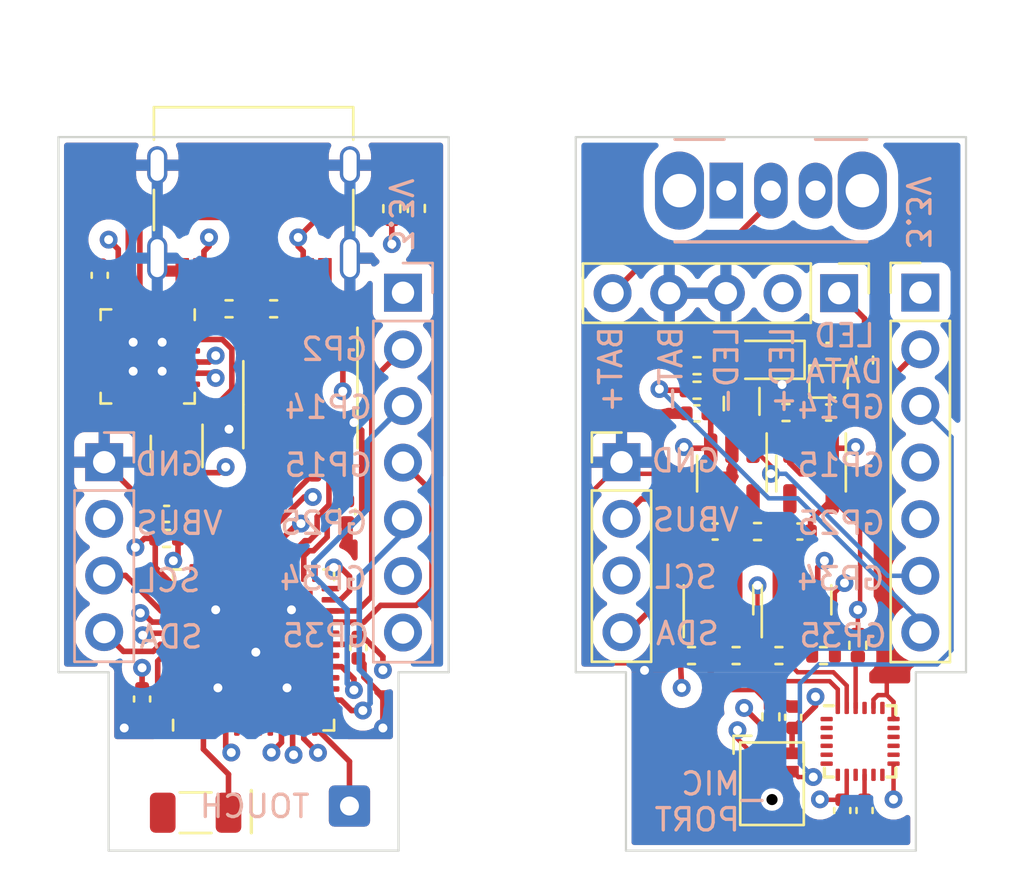
<source format=kicad_pcb>
(kicad_pcb (version 20221018) (generator pcbnew)
  (layers (0 "F.Cu" signal) (1 "In1.Cu" signal) (2 "In2.Cu" signal) (31 "B.Cu" signal) (34 "B.Paste" user) (35 "F.Paste" user) (36 "B.SilkS" user "B.Silkscreen") (37 "F.SilkS" user "F.Silkscreen") (38 "B.Mask" user) (39 "F.Mask" user) (44 "Edge.Cuts" user))
  (net 0 "")
  (net 2 "Net-(D1-K)")
  (net 3 "Net-(D1-A)")
  (net 4 "GPIO2")
  (net 5 "VBUS")
  (net 6 "GND")
  (net 7 "RESET")
  (net 18 "VDDSDIO")
  (net 19 "Net-(J1-CC1)")
  (net 20 "Net-(U1-D+)")
  (net 22 "Net-(U1-D-)")
  (net 29 "GPIO15")
  (net 32 "GPIO14")
  (net 34 "GPIO25")
  (net 39 "Net-(U3-~{CS})")
  (net 59 "Net-(U4-PROG)")
  (net 61 "Net-(J1-CC2)")
  (net 63 "DTR")
  (net 64 "RTS")
  (net 65 "GPIO0")
  (net 66 "+BATT")
  (net 67 "GPIO35")
  (net 68 "GPIO9")
  (net 70 "+3V3")
  (net 71 "Net-(U1-VDD)")
  (net 72 "TXD")
  (net 73 "RXD")
  (net 74 "GPIO10")
  (net 75 "GPIO17")
  (net 76 "GPIO7")
  (net 77 "GPIO8")
  (net 78 "RAM_CLK")
  (net 79 "GPIO11")
  (net 80 "+1V8")
  (net 81 "Net-(AE1-FEED)")
  (net 82 "GPIO34")
  (net 83 "Net-(U3-REGOUT)")
  (net 86 "IMU_SDA")
  (net 87 "IMU_SDA_1V8")
  (net 90 "IMU_SCL")
  (net 91 "IMU_SCL_1V8")
  (net 94 "Net-(J2-Pin_5)")
  (net 95 "Net-(J2-Pin_1)")
  (net 96 "Net-(J6-Pin_1)")
  (footprint "Capacitor_SMD:C_1206_3216Metric" (layer "F.Cu") (at 5.4 30.3 180)
    (fp_text reference "AE1" hide)
    (fp_text value "Antenna_Chip")
  )
  (footprint "Resistor_SMD:R_0402_1005Metric" (layer "F.Cu") (at 31.2 26 90)
    (fp_text reference "R12" hide)
    (fp_text value "100k")
  )
  (footprint "Diode_SMD:D_SOD-323" (layer "F.Cu") (at 31.1 9.99 180)
    (fp_text reference "D1" hide)
    (fp_text value "1N5819WS")
  )
  (footprint "Sensor_Audio:InvenSense_ICS-43434-6_3.5x2.65mm" (layer "F.Cu") (at 31.25 29)
    (fp_text reference "MK1" hide)
    (fp_text value "ICS-43434")
  )
  (footprint "Resistor_SMD:R_0402_1005Metric" (layer "F.Cu") (at 35.4 10 -90)
    (fp_text reference "R11" hide)
    (fp_text value "470")
  )
  (footprint "Resistor_SMD:R_0402_1005Metric" (layer "F.Cu") (at 29.64 23.2525 180)
    (fp_text reference "R10" hide)
    (fp_text value "10k")
  )
  (footprint "Package_TO_SOT_SMD:SOT-23-5" (layer "F.Cu") (at 33 15.09 -90)
    (fp_text reference "U7" hide)
    (fp_text value "MIC5225-1.8")
  )
  (footprint "Package_DFN_QFN:QFN-24-1EP_4x4mm_P0.5mm_EP2.6x2.6mm" (layer "F.Cu") (at 3.25 9.8375 -90)
    (fp_text reference "U1" hide)
    (fp_text value "CP2104")
  )
  (footprint "Package_TO_SOT_SMD:SOT-23-5" (layer "F.Cu") (at 29.45 15.09 -90)
    (fp_text reference "U4" hide)
    (fp_text value "TP4065-4.2V")
  )
  (footprint "Resistor_SMD:R_0402_1005Metric" (layer "F.Cu") (at 27.8875 10.2525)
    (fp_text reference "R5" hide)
    (fp_text value "33k")
  )
  (footprint "Resistor_SMD:R_0402_1005Metric" (layer "F.Cu") (at 31.8775 12.3525 180)
    (fp_text reference "R18" hide)
    (fp_text value "100k")
  )
  (footprint "Capacitor_SMD:C_0402_1005Metric" (layer "F.Cu") (at 4.1 16.9 180)
    (fp_text reference "C6" hide)
    (fp_text value "1u")
  )
  (footprint "Capacitor_SMD:C_0402_1005Metric" (layer "F.Cu") (at 12.7 22.9 -90)
    (fp_text reference "C7" hide)
    (fp_text value "100n")
  )
  (footprint "Capacitor_SMD:C_0402_1005Metric" (layer "F.Cu") (at 32.2 26.02 90)
    (fp_text reference "C4" hide)
    (fp_text value "100n")
  )
  (footprint "Resistor_SMD:R_0402_1005Metric" (layer "F.Cu") (at 30.6 17.69)
    (fp_text reference "R17" hide)
    (fp_text value "3.3k")
  )
  (footprint "Resistor_SMD:R_0402_1005Metric" (layer "F.Cu") (at 31.56 23.2525)
    (fp_text reference "R14" hide)
    (fp_text value "10k")
  )
  (footprint "Capacitor_SMD:C_0402_1005Metric" (layer "F.Cu") (at 34.4 30.2 -90)
    (fp_text reference "C13" hide)
    (fp_text value "100n")
  )
  (footprint "Capacitor_SMD:C_0402_1005Metric" (layer "F.Cu") (at 1.1 6.2 90)
    (fp_text reference "C3" hide)
    (fp_text value "100n")
  )
  (footprint "Capacitor_SMD:C_0402_1005Metric" (layer "F.Cu") (at 12.2 16.8 -90)
    (fp_text reference "C5" hide)
    (fp_text value "100n" hide)
  )
  (footprint "Resistor_SMD:R_0402_1005Metric" (layer "F.Cu") (at 4.1 18)
    (fp_text reference "R8" hide)
    (fp_text value "10k")
  )
  (footprint "Capacitor_SMD:C_0402_1005Metric" (layer "F.Cu") (at 32.5 17.69 180)
    (fp_text reference "C12" hide)
    (fp_text value "10u")
  )
  (footprint "Sensor_Motion:InvenSense_QFN-24_3x3mm_P0.4mm" (layer "F.Cu") (at 35.2 27.1)
    (fp_text reference "U3" hide)
    (fp_text value "ICM-20948")
  )
  (footprint "Package_TO_SOT_SMD:SOT-23" (layer "F.Cu") (at 32.35 20.7525 90)
    (fp_text reference "Q5" hide)
    (fp_text value "BSS138")
  )
  (footprint "Connector_PinHeader_2.54mm:PinHeader_1x04_P2.54mm_Vertical" (layer "F.Cu") (at 24.5 14.58)
    (fp_text reference "J7" hide)
    (fp_text value "Conn_01x04")
  )
  (footprint "Connector_PinHeader_2.54mm:PinHeader_1x05_P2.54mm_Vertical" (layer "F.Cu") (at 34.26 7 -90)
    (fp_text reference "J2" hide)
    (fp_text value "Conn_01x05")
  )
  (footprint "Resistor_SMD:R_0402_1005Metric" (layer "F.Cu") (at 27.64 23.2525)
    (fp_text reference "R9" hide)
    (fp_text value "10k")
  )
  (footprint "Capacitor_SMD:C_0402_1005Metric" (layer "F.Cu") (at 33.8 9.59)
    (fp_text reference "C10" hide)
    (fp_text value "1u")
  )
  (footprint "Connector_USB:USB_C_Receptacle_Palconn_UTC16-G" (layer "F.Cu") (at 8 3.5 180)
    (fp_text reference "J1" hide)
    (fp_text value "USB_C_Receptacle_USB2.0")
  )
  (footprint "Capacitor_SMD:C_0402_1005Metric" (layer "F.Cu") (at 33.7875 12.3525 180)
    (fp_text reference "C11" hide)
    (fp_text value "10u")
  )
  (footprint "Connector_PinHeader_2.54mm:PinHeader_1x07_P2.54mm_Vertical" (layer "F.Cu") (at 37.9 6.975)
    (fp_text reference "J3" hide)
    (fp_text value "Conn_01x07")
  )
  (footprint "Resistor_SMD:R_0402_1005Metric" (layer "F.Cu") (at 14.2 3.21 -90)
    (fp_text reference "R6" hide)
    (fp_text value "3.3k")
  )
  (footprint "Package_SO:SOIC-8_3.9x4.9mm_P1.27mm" (layer "F.Cu") (at 10.1 12 -90)
    (fp_text reference "U6" hide)
    (fp_text value "LY68L6400SLIT")
  )
  (footprint "Connector_Wire:SolderWire-0.25sqmm_1x01_D0.65mm_OD1.7mm" (layer "F.Cu") (at 12.3 30)
    (fp_text reference "J6" hide)
    (fp_text value "Conn_01x01")
  )
  (footprint "Capacitor_SMD:C_0402_1005Metric" (layer "F.Cu") (at 3 25.2 -90)
    (fp_text reference "C8" hide)
    (fp_text value "100n")
  )
  (footprint "Package_DFN_QFN:OnSemi_XDFN4-1EP_1.0x1.0mm_EP0.52x0.52mm" (layer "F.Cu") (at 33.785 10.965 180)
    (fp_text reference "U5" hide)
    (fp_text value "NCP167BMX330TBG")
  )
  (footprint "Resistor_SMD:R_0402_1005Metric" (layer "F.Cu") (at 8.9 7.7 180)
    (fp_text reference "R2" hide)
    (fp_text value "5.1k")
  )
  (footprint "Capacitor_SMD:C_0402_1005Metric" (layer "F.Cu") (at 35.4 30.2 -90)
    (fp_text reference "C9" hide)
    (fp_text value "100n")
  )
  (footprint "Package_DFN_QFN:QFN-48-1EP_7x7mm_P0.5mm_EP5.3x5.3mm" (layer "F.Cu") (at 8 23 90)
    (fp_text reference "U2" hide)
    (fp_text value "ESP32-PICO-D4")
  )
  (footprint "Resistor_SMD:R_0402_1005Metric" (layer "F.Cu") (at 27.8875 11.3525 180)
    (fp_text reference "R4" hide)
    (fp_text value "100k")
  )
  (footprint "Resistor_SMD:R_0402_1005Metric" (layer "F.Cu") (at 6.9 7.7)
    (fp_text reference "R3" hide)
    (fp_text value "5.1k")
  )
  (footprint "Resistor_SMD:R_0402_1005Metric" (layer "F.Cu") (at 33.56 23.2525 180)
    (fp_text reference "R13" hide)
    (fp_text value "10k")
  )
  (footprint "Resistor_SMD:R_0402_1005Metric" (layer "F.Cu") (at 35.1 22.79 -90)
    (fp_text reference "R1" hide)
    (fp_text value "10k")
  )
  (footprint "Capacitor_SMD:C_0402_1005Metric" (layer "F.Cu") (at 28.7 17.69)
    (fp_text reference "C2" hide)
    (fp_text value "10u")
  )
  (footprint "Resistor_SMD:R_0402_1005Metric" (layer "F.Cu") (at 15.3 3.2 90)
    (fp_text reference "R7" hide)
    (fp_text value "2k")
  )
  (footprint "Package_TO_SOT_SMD:SOT-363_SC-70-6" (layer "F.Cu") (at 4.55 14.1 -90)
    (fp_text reference "Q1" hide)
    (fp_text value "MUN5214DW1T1G")
  )
  (footprint "Package_TO_SOT_SMD:SOT-723" (layer "F.Cu") (at 29.8875 11.9525 -90)
    (fp_text reference "Q3" hide)
    (fp_text value "CJ3139K")
  )
  (footprint "Package_TO_SOT_SMD:SOT-23" (layer "F.Cu") (at 28.85 20.7525 90)
    (fp_text reference "Q2" hide)
    (fp_text value "BSS138")
  )
  (footprint "Capacitor_SMD:C_0402_1005Metric" (layer "F.Cu") (at 27.8875 12.39 180)
    (fp_text reference "C1" hide)
    (fp_text value "10u")
  )
  (footprint "Button_Switch_THT:SW_CuK_OS102011MA1QN1_SPDT_Angled" (layer "B.Cu") (at 29.2 2.4)
    (fp_text reference "SW1" hide)
    (fp_text value "SW_SPDT")
  )
  (footprint "Connector_PinHeader_2.54mm:PinHeader_1x04_P2.54mm_Vertical" (layer "B.Cu") (at 1.3 14.58 180)
    (fp_text reference "J5" hide)
    (fp_text value "Conn_01x04")
  )
  (footprint "Connector_PinHeader_2.54mm:PinHeader_1x07_P2.54mm_Vertical" (layer "B.Cu") (at 14.7 6.98 180)
    (fp_text reference "J8" hide)
    (fp_text value "Conn_01x07")
  )
  (gr_line (start 30.8 29.75) (end 29.9 29.75) (stroke (width 0.15)) (layer "B.SilkS"))
  (gr_line (start 7.9 31.2) (end 7.9 29.3) (stroke (width 0.15)) (layer "F.SilkS"))
  (gr_line (start 24.7 32) (end 24.7 24) (stroke (width 0.1)) (layer "Edge.Cuts"))
  (gr_line (start 22.45 0) (end 39.95 0) (stroke (width 0.1)) (layer "Edge.Cuts"))
  (gr_line (start 37.7 32) (end 37.7 24) (stroke (width 0.1)) (layer "Edge.Cuts"))
  (gr_line (start 16.75 0) (end 16.75 24) (stroke (width 0.1)) (layer "Edge.Cuts"))
  (gr_line (start 14.5 32) (end 1.5 32) (stroke (width 0.1)) (layer "Edge.Cuts"))
  (gr_line (start 37.7 32) (end 24.7 32) (stroke (width 0.1)) (layer "Edge.Cuts"))
  (gr_line (start -0.75 0) (end 16.75 0) (stroke (width 0.1)) (layer "Edge.Cuts"))
  (gr_line (start 37.7 24) (end 39.95 24) (stroke (width 0.1)) (layer "Edge.Cuts"))
  (gr_line (start -0.75 24) (end 1.5 24) (stroke (width 0.1)) (layer "Edge.Cuts"))
  (gr_line (start 22.45 24) (end 24.7 24) (stroke (width 0.1)) (layer "Edge.Cuts"))
  (gr_line (start 14.5 24) (end 16.75 24) (stroke (width 0.1)) (layer "Edge.Cuts"))
  (gr_line (start 39.95 0) (end 39.95 24) (stroke (width 0.1)) (layer "Edge.Cuts"))
  (gr_line (start 14.5 32) (end 14.5 24) (stroke (width 0.1)) (layer "Edge.Cuts"))
  (gr_line (start 1.5 32) (end 1.5 24) (stroke (width 0.1)) (layer "Edge.Cuts"))
  (gr_line (start 22.45 0) (end 22.45 24) (stroke (width 0.1)) (layer "Edge.Cuts"))
  (gr_line (start -0.75 0) (end -0.75 24) (stroke (width 0.1)) (layer "Edge.Cuts"))
  (gr_text "LED\nDATA" (at 34.5 11.1) (layer "B.SilkS") (effects (font (size 1 1)) (justify bottom mirror)))
  (gr_text "GP34" (at 13.18 20.39) (layer "B.SilkS") (effects (font (size 1 1)) (justify left bottom mirror)))
  (gr_text "SCL" (at 5.71 20.47) (layer "B.SilkS") (effects (font (size 1 1)) (justify left bottom mirror)))
  (gr_text "GP25" (at 36.4 17.9) (layer "B.SilkS") (effects (font (size 1 1)) (justify left bottom mirror)))
  (gr_text "LED-" (at 29.8 8.4 90) (layer "B.SilkS") (effects (font (size 1 1)) (justify left bottom mirror)))
  (gr_text "GP2" (at 13.2 10.1) (layer "B.SilkS") (effects (font (size 1 1)) (justify left bottom mirror)))
  (gr_text "GP25" (at 13.2 17.9) (layer "B.SilkS") (effects (font (size 1 1)) (justify left bottom mirror)))
  (gr_text "MIC\nPORT" (at 29.9 31.2) (layer "B.SilkS") (effects (font (size 1 1)) (justify left bottom mirror)))
  (gr_text "3.3V" (at 37.2 5.1 -90) (layer "B.SilkS") (effects (font (size 1 1)) (justify left bottom mirror)))
  (gr_text "LED+" (at 32.3 8.4 90) (layer "B.SilkS") (effects (font (size 1 1)) (justify left bottom mirror)))
  (gr_text "SDA" (at 5.8 23) (layer "B.SilkS") (effects (font (size 1 1)) (justify left bottom mirror)))
  (gr_text "VBUS" (at 6.7 17.9) (layer "B.SilkS") (effects (font (size 1 1)) (justify left bottom mirror)))
  (gr_text "GP35" (at 13.29 22.95) (layer "B.SilkS") (effects (font (size 1 1)) (justify left bottom mirror)))
  (gr_text "GP14" (at 36.4 12.7) (layer "B.SilkS") (effects (font (size 1 1)) (justify left bottom mirror)))
  (gr_text "SDA" (at 28.96 22.85) (layer "B.SilkS") (effects (font (size 1 1)) (justify left bottom mirror)))
  (gr_text "VBUS" (at 29.86 17.75) (layer "B.SilkS") (effects (font (size 1 1)) (justify left bottom mirror)))
  (gr_text "GP34" (at 36.38 20.39) (layer "B.SilkS") (effects (font (size 1 1)) (justify left bottom mirror)))
  (gr_text "GND" (at 29 15.1) (layer "B.SilkS") (effects (font (size 1 1)) (justify left bottom mirror)))
  (gr_text "BAT-" (at 27.3 8.4 90) (layer "B.SilkS") (effects (font (size 1 1)) (justify left bottom mirror)))
  (gr_text "GP35" (at 36.49 22.95) (layer "B.SilkS") (effects (font (size 1 1)) (justify left bottom mirror)))
  (gr_text "GP15" (at 13.4 15.3) (layer "B.SilkS") (effects (font (size 1 1)) (justify left bottom mirror)))
  (gr_text "BAT+" (at 24.6 8.4 90) (layer "B.SilkS") (effects (font (size 1 1)) (justify left bottom mirror)))
  (gr_text "3.3V" (at 14 5.2 -90) (layer "B.SilkS") (effects (font (size 1 1)) (justify left bottom mirror)))
  (gr_text "GP15" (at 36.4 15.3) (layer "B.SilkS") (effects (font (size 1 1)) (justify left bottom mirror)))
  (gr_text "TOUCH" (at 10.6 30.6) (layer "B.SilkS") (effects (font (size 1 1)) (justify left bottom mirror)))
  (gr_text "SCL" (at 28.87 20.32) (layer "B.SilkS") (effects (font (size 1 1)) (justify left bottom mirror)))
  (gr_text "GND" (at 5.84 15.25) (layer "B.SilkS") (effects (font (size 1 1)) (justify left bottom mirror)))
  (gr_text "GP14" (at 13.4 12.7) (layer "B.SilkS") (effects (font (size 1 1)) (justify left bottom mirror)))
  (segment (start 29.4 9.6) (end 29.6 9.4) (width 0.2) (layer "F.Cu") (net 2))
  (segment (start 32.15 9.99) (end 32.92 9.99) (width 0.25) (layer "F.Cu") (net 2))
  (segment (start 29.4875 11.3775) (end 29.4 11.29) (width 0.2) (layer "F.Cu") (net 2))
  (segment (start 33.117304 10.822696) (end 33.3 10.64) (width 0.2) (layer "F.Cu") (net 2))
  (segment (start 29.4 11.29) (end 29.4 9.6) (width 0.2) (layer "F.Cu") (net 2))
  (segment (start 33.117304 11.107304) (end 33.117304 10.822696) (width 0.2) (layer "F.Cu") (net 2))
  (segment (start 33.3 11.29) (end 33.117304 11.107304) (width 0.2) (layer "F.Cu") (net 2))
  (segment (start 33.32 10.602684) (end 33.291342 10.631342) (width 0.25) (layer "F.Cu") (net 2))
  (segment (start 29.6 9.4) (end 31 9.4) (width 0.2) (layer "F.Cu") (net 2))
  (segment (start 31 9.4) (end 31.59 9.99) (width 0.2) (layer "F.Cu") (net 2))
  (segment (start 31.59 9.99) (end 32.15 9.99) (width 0.2) (layer "F.Cu") (net 2))
  (segment (start 33.32 9.59) (end 33.32 10.602684) (width 0.25) (layer "F.Cu") (net 2))
  (segment (start 32.92 9.99) (end 33.32 9.59) (width 0.25) (layer "F.Cu") (net 2))
  (segment (start 30.2875 10.2275) (end 30.05 9.99) (width 0.25) (layer "F.Cu") (net 3))
  (segment (start 31.3675 12.3525) (end 31.2625 12.3525) (width 0.25) (layer "F.Cu") (net 3))
  (segment (start 30.2875 11.3775) (end 30.2875 10.2275) (width 0.25) (layer "F.Cu") (net 3))
  (segment (start 31.2625 12.3525) (end 30.2875 11.3775) (width 0.25) (layer "F.Cu") (net 3))
  (segment (start 12.65 21.25) (end 13.3 20.6) (width 0.25) (layer "F.Cu") (net 4))
  (segment (start 13.3 20.6) (end 13.3 10.92) (width 0.25) (layer "F.Cu") (net 4))
  (segment (start 13.3 10.92) (end 14.7 9.52) (width 0.25) (layer "F.Cu") (net 4))
  (segment (start 11.45 21.25) (end 12.65 21.25) (width 0.25) (layer "F.Cu") (net 4))
  (segment (start 36.905 10.51) (end 37.9 9.515) (width 0.25) (layer "F.Cu") (net 4))
  (segment (start 35.4 10.51) (end 36.905 10.51) (width 0.25) (layer "F.Cu") (net 4))
  (segment (start 1.93112 6.26888) (end 1.52 6.68) (width 0.25) (layer "F.Cu") (net 5))
  (segment (start 1.93112 5.03112) (end 1.93112 6.26888) (width 0.25) (layer "F.Cu") (net 5))
  (segment (start 6 4.9) (end 6 4.5) (width 0.25) (layer "F.Cu") (net 5))
  (segment (start 11.8 2.7) (end 14.2 2.7) (width 0.25) (layer "F.Cu") (net 5))
  (segment (start 28.5 17.41) (end 28.22 17.69) (width 0.25) (layer "F.Cu") (net 5))
  (segment (start 25.3925 16.2275) (end 28.5 16.2275) (width 0.25) (layer "F.Cu") (net 5))
  (segment (start 5.775 5.125) (end 6 4.9) (width 0.25) (layer "F.Cu") (net 5))
  (segment (start 10 4.5) (end 11.8 2.7) (width 0.25) (layer "F.Cu") (net 5))
  (segment (start 24.5 17.12) (end 25.3925 16.2275) (width 0.25) (layer "F.Cu") (net 5))
  (segment (start 1.1 6.68) (end 1.1 8.375) (width 0.25) (layer "F.Cu") (net 5))
  (segment (start 10 4.9) (end 10 4.5) (width 0.25) (layer "F.Cu") (net 5))
  (segment (start 1.3125 8.5875) (end 1.3125 9.0875) (width 0.25) (layer "F.Cu") (net 5))
  (segment (start 10.225 5.835) (end 10.225 5.125) (width 0.25) (layer "F.Cu") (net 5))
  (segment (start 28.5 16.2275) (end 28.5 17.41) (width 0.25) (layer "F.Cu") (net 5))
  (segment (start 10.225 5.125) (end 10 4.9) (width 0.25) (layer "F.Cu") (net 5))
  (segment (start 1.52 6.68) (end 1.1 6.68) (width 0.25) (layer "F.Cu") (net 5))
  (segment (start 1.1 8.375) (end 1.3125 8.5875) (width 0.25) (layer "F.Cu") (net 5))
  (segment (start 10.4 6.01) (end 10.225 5.835) (width 0.25) (layer "F.Cu") (net 5))
  (segment (start 5.775 5.835) (end 5.775 5.125) (width 0.25) (layer "F.Cu") (net 5))
  (segment (start 1.5 4.6) (end 1.93112 5.03112) (width 0.25) (layer "F.Cu") (net 5))
  (segment (start 5.6 6.01) (end 5.775 5.835) (width 0.25) (layer "F.Cu") (net 5))
  (via (at 6 4.5) (size 0.8) (drill 0.4) (layers "F.Cu" "B.Cu") (net 5))
  (via (at 1.5 4.6) (size 0.8) (drill 0.4) (layers "F.Cu" "B.Cu") (net 5))
  (via (at 10 4.5) (size 0.8) (drill 0.4) (layers "F.Cu" "B.Cu") (net 5))
  (segment (start 33 13.9525) (end 33 12.66) (width 0.25) (layer "F.Cu") (net 6))
  (segment (start 25.532167 23.914991) (end 25.217176 23.6) (width 0.2) (layer "F.Cu") (net 6))
  (segment (start 3.9 9.2) (end 3.8875 9.2) (width 0.25) (layer "F.Cu") (net 6))
  (segment (start 29 24.8) (end 30.51 24.8) (width 0.2) (layer "F.Cu") (net 6))
  (segment (start 32.02 17.69) (end 32.02 17.718924) (width 0.2) (layer "F.Cu") (net 6))
  (segment (start 33 12.66) (end 33.3075 12.3525) (width 0.25) (layer "F.Cu") (net 6))
  (segment (start 23 16.08) (end 24.5 14.58) (width 0.2) (layer "F.Cu") (net 6))
  (segment (start 36.00364 25.025) (end 36.39636 25.025) (width 0.2) (layer "F.Cu") (net 6))
  (segment (start 3.9 9.1875) (end 3.9 9.2) (width 0.25) (layer "F.Cu") (net 6))
  (segment (start 32.02 17.718924) (end 31.338924 18.4) (width 0.2) (layer "F.Cu") (net 6))
  (segment (start 23.7 23.6) (end 23 22.9) (width 0.2) (layer "F.Cu") (net 6))
  (segment (start 34.34 10.64) (end 34.27 10.64) (width 0.2) (layer "F.Cu") (net 6))
  (segment (start 30.8 18.4) (end 30.09 17.69) (width 0.2) (layer "F.Cu") (net 6))
  (segment (start 35.8 25.6) (end 35.8 25.22864) (width 0.2) (layer "F.Cu") (net 6))
  (segment (start 12.95 24.224695) (end 12.95 23.63) (width 0.25) (layer "F.Cu") (net 6))
  (segment (start 31.2 25.49) (end 30.51 24.8) (width 0.2) (layer "F.Cu") (net 6))
  (segment (start 13.8 26.5) (end 13.8 25.074695) (width 0.25) (layer "F.Cu") (net 6))
  (segment (start 12.2 17.28) (end 12.509999 17.28) (width 0.25) (layer "F.Cu") (net 6))
  (segment (start 36.39636 24.20364) (end 36.4 24.2) (width 0.2) (layer "F.Cu") (net 6))
  (segment (start 12.85 16.939999) (end 12.85 13.15) (width 0.25) (layer "F.Cu") (net 6))
  (segment (start 31.338924 18.4) (end 30.8 18.4) (width 0.2) (layer "F.Cu") (net 6))
  (segment (start 12.509999 17.28) (end 12.85 16.939999) (width 0.25) (layer "F.Cu") (net 6))
  (segment (start 33.785 10.965) (end 34.11 10.64) (width 0.25) (layer "F.Cu") (net 6))
  (segment (start 3.8875 9.2) (end 3.25 9.8375) (width 0.25) (layer "F.Cu") (net 6))
  (segment (start 36.39636 25.025) (end 36.7 25.32864) (width 0.2) (layer "F.Cu") (net 6))
  (segment (start 29 24.8) (end 28.3 25.5) (width 0.2) (layer "F.Cu") (net 6))
  (segment (start 3.62 16.9) (end 1.3 14.58) (width 0.25) (layer "F.Cu") (net 6))
  (segment (start 36.39636 25.025) (end 36.39636 24.20364) (width 0.2) (layer "F.Cu") (net 6))
  (segment (start 36.4 12.7) (end 34.34 10.64) (width 0.2) (layer "F.Cu") (net 6))
  (segment (start 35.8 25.22864) (end 36.00364 25.025) (width 0.2) (layer "F.Cu") (net 6))
  (segment (start 34.11 10.64) (end 34.27 10.64) (width 0.25) (layer "F.Cu") (net 6))
  (segment (start 36.7 25.32864) (end 36.7 26.1) (width 0.2) (layer "F.Cu") (net 6))
  (segment (start 25.217176 23.6) (end 23.7 23.6) (width 0.2) (layer "F.Cu") (net 6))
  (segment (start 13.8 25.074695) (end 12.95 24.224695) (width 0.25) (layer "F.Cu") (net 6))
  (segment (start 12.95 23.63) (end 12.7 23.38) (width 0.25) (layer "F.Cu") (net 6))
  (segment (start 29.45 15.1) (end 29.45 17.42) (width 0.2) (layer "F.Cu") (net 6))
  (segment (start 25.02 15.1) (end 29.45 15.1) (width 0.2) (layer "F.Cu") (net 6))
  (segment (start 36.4 24.2) (end 36.4 12.7) (width 0.2) (layer "F.Cu") (net 6))
  (segment (start 29.45 13.9525) (end 29.45 15.1) (width 0.2) (layer "F.Cu") (net 6))
  (segment (start 4 9.0875) (end 3.9 9.1875) (width 0.25) (layer "F.Cu") (net 6))
  (segment (start 4 7.9) (end 4 9.0875) (width 0.25) (layer "F.Cu") (net 6))
  (segment (start 24.5 14.58) (end 25.02 15.1) (width 0.2) (layer "F.Cu") (net 6))
  (segment (start 23 22.9) (end 23 16.08) (width 0.2) (layer "F.Cu") (net 6))
  (segment (start 29.45 17.42) (end 29.18 17.69) (width 0.2) (layer "F.Cu") (net 6))
  (segment (start 12.85 13.15) (end 12.5 12.8) (width 0.25) (layer "F.Cu") (net 6))
  (via (at 8.1 23.1) (size 0.8) (drill 0.4) (layers "F.Cu" "B.Cu") (net 6))
  (via (at 12.5 12.8) (size 0.8) (drill 0.4) (layers "F.Cu" "B.Cu") (net 6))
  (via (at 6.3 21.2) (size 0.8) (drill 0.4) (layers "F.Cu" "B.Cu") (net 6))
  (via (at 31.7 11.1) (size 0.8) (drill 0.4) (layers "F.Cu" "B.Cu") (net 6))
  (via (at 2.6 10.5) (size 0.8) (drill 0.4) (layers "F.Cu" "B.Cu") (net 6))
  (via (at 2.6 9.2) (size 0.8) (drill 0.4) (layers "F.Cu" "B.Cu") (net 6))
  (via (at 3.9 9.2) (size 0.8) (drill 0.4) (layers "F.Cu" "B.Cu") (net 6))
  (via (at 2.2 26.5) (size 0.8) (drill 0.4) (layers "F.Cu" "B.Cu") (net 6))
  (via (at 3.9 10.5) (size 0.8) (drill 0.4) (layers "F.Cu" "B.Cu") (net 6))
  (via (at 6.9 13.1) (size 0.8) (drill 0.4) (layers "F.Cu" "B.Cu") (net 6))
  (via (at 25.532167 23.914991) (size 0.8) (drill 0.4) (layers "F.Cu" "B.Cu") (net 6))
  (via (at 9.7 21.2) (size 0.8) (drill 0.4) (layers "F.Cu" "B.Cu") (net 6))
  (via (at 9.5 24.7) (size 0.8) (drill 0.4) (layers "F.Cu" "B.Cu") (net 6))
  (via (at 6.4 24.7) (size 0.8) (drill 0.4) (layers "F.Cu" "B.Cu") (net 6))
  (via (at 13.8 26.5) (size 0.8) (drill 0.4) (layers "F.Cu" "B.Cu") (net 6))
  (segment (start 9.25 26.45) (end 9.25 27.15) (width 0.25) (layer "F.Cu") (net 7))
  (segment (start 4.61 18.79) (end 4.4 19) (width 0.25) (layer "F.Cu") (net 7))
  (segment (start 4.58 16.88) (end 4.58 16.9) (width 0.25) (layer "F.Cu") (net 7))
  (segment (start 3.375 15.675) (end 4.58 16.88) (width 0.25) (layer "F.Cu") (net 7))
  (segment (start 4.58 16.9) (end 4.58 17.97) (width 0.25) (layer "F.Cu") (net 7))
  (segment (start 3.9 13.7) (end 3.375 14.225) (width 0.25) (layer "F.Cu") (net 7))
  (segment (start 4.58 17.97) (end 4.61 18) (width 0.25) (layer "F.Cu") (net 7))
  (segment (start 4.61 18) (end 4.61 18.79) (width 0.25) (layer "F.Cu") (net 7))
  (segment (start 3.375 14.225) (end 3.375 15.675) (width 0.25) (layer "F.Cu") (net 7))
  (segment (start 3.9 13.15) (end 3.9 13.7) (width 0.25) (layer "F.Cu") (net 7))
  (segment (start 9.25 27.15) (end 8.8 27.6) (width 0.25) (layer "F.Cu") (net 7))
  (via (at 4.4 19) (size 0.8) (drill 0.4) (layers "F.Cu" "B.Cu") (net 7))
  (via (at 8.8 27.6) (size 0.8) (drill 0.4) (layers "F.Cu" "B.Cu") (net 7))
  (segment (start 11.3 17.936396) (end 11.3 17.20851) (width 0.25) (layer "F.Cu") (net 18))
  (segment (start 12.005 14.475) (end 12.005 16.125) (width 0.25) (layer "F.Cu") (net 18))
  (segment (start 10.686396 18.55) (end 11.3 17.936396) (width 0.25) (layer "F.Cu") (net 18))
  (segment (start 10.486396 18.55) (end 10.686396 18.55) (width 0.25) (layer "F.Cu") (net 18))
  (segment (start 11.3 17.20851) (end 12.18851 16.32) (width 0.25) (layer "F.Cu") (net 18))
  (segment (start 10.25 19.55) (end 10.25 18.786396) (width 0.25) (layer "F.Cu") (net 18))
  (segment (start 10.25 18.786396) (end 10.486396 18.55) (width 0.25) (layer "F.Cu") (net 18))
  (segment (start 12.18851 16.32) (end 12.2 16.32) (width 0.25) (layer "F.Cu") (net 18))
  (segment (start 12.005 16.125) (end 12.2 16.32) (width 0.25) (layer "F.Cu") (net 18))
  (segment (start 9.25 7.54) (end 9.41 7.7) (width 0.25) (layer "F.Cu") (net 19))
  (segment (start 9.25 6.01) (end 9.25 7.54) (width 0.25) (layer "F.Cu") (net 19))
  (segment (start 2.9 6.701364) (end 3.5 7.301364) (width 0.25) (layer "F.Cu") (net 20))
  (segment (start 8.225 5.105) (end 8.225 4.725) (width 0.25) (layer "F.Cu") (net 20))
  (segment (start 8.225 5.105) (end 8.25 5.13) (width 0.25) (layer "F.Cu") (net 20))
  (segment (start 3.3 3.6) (end 2.9 4) (width 0.25) (layer "F.Cu") (net 20))
  (segment (start 2.9 4) (end 2.9 6.701364) (width 0.25) (layer "F.Cu") (net 20))
  (segment (start 7.1 3.6) (end 3.3 3.6) (width 0.25) (layer "F.Cu") (net 20))
  (segment (start 8.25 5.13) (end 8.25 6.01) (width 0.25) (layer "F.Cu") (net 20))
  (segment (start 7.25 5.13) (end 7.275 5.105) (width 0.25) (layer "F.Cu") (net 20))
  (segment (start 3.5 7.301364) (end 3.5 7.9) (width 0.25) (layer "F.Cu") (net 20))
  (segment (start 8.225 4.725) (end 7.1 3.6) (width 0.25) (layer "F.Cu") (net 20))
  (segment (start 7.275 5.105) (end 8.225 5.105) (width 0.25) (layer "F.Cu") (net 20))
  (segment (start 7.25 6.01) (end 7.25 5.13) (width 0.25) (layer "F.Cu") (net 20))
  (segment (start 7.286396 3.15) (end 3.113604 3.15) (width 0.25) (layer "F.Cu") (net 22))
  (segment (start 8.75 6.89) (end 8.75 6.01) (width 0.25) (layer "F.Cu") (net 22))
  (segment (start 2.38112 3.882484) (end 2.38112 6.81888) (width 0.25) (layer "F.Cu") (net 22))
  (segment (start 8.725 6.915) (end 8.75 6.89) (width 0.25) (layer "F.Cu") (net 22))
  (segment (start 7.75 6.01) (end 7.75 6.89) (width 0.25) (layer "F.Cu") (net 22))
  (segment (start 3 7.43776) (end 2.38112 6.81888) (width 0.25) (layer "F.Cu") (net 22))
  (segment (start 8.75 6.01) (end 8.75 4.613604) (width 0.25) (layer "F.Cu") (net 22))
  (segment (start 7.75 6.89) (end 7.775 6.915) (width 0.25) (layer "F.Cu") (net 22))
  (segment (start 3.113604 3.15) (end 2.38112 3.882484) (width 0.25) (layer "F.Cu") (net 22))
  (segment (start 7.775 6.915) (end 8.725 6.915) (width 0.25) (layer "F.Cu") (net 22))
  (segment (start 8.75 4.613604) (end 7.286396 3.15) (width 0.25) (layer "F.Cu") (net 22))
  (segment (start 3 7.9) (end 3 7.43776) (width 0.25) (layer "F.Cu") (net 22))
  (segment (start 16 20.3) (end 16 15.9) (width 0.25) (layer "F.Cu") (net 29))
  (segment (start 15.3 21) (end 16 20.3) (width 0.25) (layer "F.Cu") (net 29))
  (segment (start 16 15.9) (end 14.7 14.6) (width 0.25) (layer "F.Cu") (net 29))
  (segment (start 29.7 26.986) (end 30.35 27.636) (width 0.2) (layer "F.Cu") (net 29))
  (segment (start 13.7 21) (end 15.3 21) (width 0.25) (layer "F.Cu") (net 29))
  (segment (start 29.7 26.6) (end 29.7 26.986) (width 0.2) (layer "F.Cu") (net 29))
  (segment (start 11.45 21.75) (end 12.95 21.75) (width 0.25) (layer "F.Cu") (net 29))
  (segment (start 12.95 21.75) (end 13.7 21) (width 0.25) (layer "F.Cu") (net 29))
  (via (at 29.7 26.6) (size 0.8) (drill 0.4) (layers "F.Cu" "B.Cu") (net 29))
  (segment (start 32.431 28.7) (end 32.189 28.458) (width 0.2) (layer "F.Cu") (net 32))
  (segment (start 12.5 24.3) (end 11.95 23.75) (width 0.25) (layer "F.Cu") (net 32))
  (segment (start 32.189 28.458) (end 32.15 28.458) (width 0.2) (layer "F.Cu") (net 32))
  (segment (start 33.1 28.7) (end 32.431 28.7) (width 0.2) (layer "F.Cu") (net 32))
  (segment (start 11.95 23.75) (end 11.45 23.75) (width 0.25) (layer "F.Cu") (net 32))
  (segment (start 12.5 24.8) (end 12.5 24.3) (width 0.25) (layer "F.Cu") (net 32))
  (via (at 33.1 28.7) (size 0.8) (drill 0.4) (layers "F.Cu" "B.Cu") (net 32))
  (via (at 12.5 24.8) (size 0.8) (drill 0.4) (layers "F.Cu" "B.Cu") (net 32))
  (segment (start 10.7 19.1) (end 13.1 16.7) (width 0.25) (layer "B.Cu") (net 32))
  (segment (start 38.65 23.65) (end 39.3 23) (width 0.2) (layer "B.Cu") (net 32))
  (segment (start 10.7 19.7) (end 10.7 19.1) (width 0.25) (layer "B.Cu") (net 32))
  (segment (start 39.3 13.455) (end 37.9 12.055) (width 0.2) (layer "B.Cu") (net 32))
  (segment (start 33.35 23.65) (end 38.65 23.65) (width 0.2) (layer "B.Cu") (net 32))
  (segment (start 13.1 13.66) (end 14.7 12.06) (width 0.25) (layer "B.Cu") (net 32))
  (segment (start 12.2 21.2) (end 10.7 19.7) (width 0.25) (layer "B.Cu") (net 32))
  (segment (start 13.1 16.7) (end 13.1 13.66) (width 0.25) (layer "B.Cu") (net 32))
  (segment (start 32.5 28.1) (end 32.5 24.5) (width 0.2) (layer "B.Cu") (net 32))
  (segment (start 39.3 23) (end 39.3 13.455) (width 0.2) (layer "B.Cu") (net 32))
  (segment (start 32.5 24.5) (end 33.35 23.65) (width 0.2) (layer "B.Cu") (net 32))
  (segment (start 12.5 24.8) (end 12.2 24.5) (width 0.25) (layer "B.Cu") (net 32))
  (segment (start 33.1 28.7) (end 32.5 28.1) (width 0.2) (layer "B.Cu") (net 32))
  (segment (start 12.2 24.5) (end 12.2 21.2) (width 0.25) (layer "B.Cu") (net 32))
  (segment (start 12.899742 25.716085) (end 12.39078 25.716085) (width 0.25) (layer "F.Cu") (net 34))
  (segment (start 31.25 26.56) (end 31.2 26.51) (width 0.25) (layer "F.Cu") (net 34))
  (segment (start 12.39078 25.716085) (end 11.924695 25.25) (width 0.25) (layer "F.Cu") (net 34))
  (segment (start 30.91 26.51) (end 30 25.6) (width 0.25) (layer "F.Cu") (net 34))
  (segment (start 31.2 26.51) (end 30.91 26.51) (width 0.25) (layer "F.Cu") (net 34))
  (segment (start 31.25 27.636) (end 31.25 26.56) (width 0.25) (layer "F.Cu") (net 34))
  (segment (start 11.924695 25.25) (end 11.45 25.25) (width 0.25) (layer "F.Cu") (net 34))
  (via (at 30 25.6) (size 0.8) (drill 0.4) (layers "F.Cu" "B.Cu") (net 34))
  (via (at 12.899742 25.716085) (size 0.8) (drill 0.4) (layers "F.Cu" "B.Cu") (net 34))
  (segment (start 13.225 25.390827) (end 13.225 24.350305) (width 0.25) (layer "B.Cu") (net 34))
  (segment (start 12.899742 25.716085) (end 13.225 25.390827) (width 0.25) (layer "B.Cu") (net 34))
  (segment (start 14.7 17.759149) (end 14.7 17.14) (width 0.25) (layer "B.Cu") (net 34))
  (segment (start 12.740724 23.866029) (end 12.740724 19.718425) (width 0.25) (layer "B.Cu") (net 34))
  (segment (start 12.740724 19.718425) (end 14.7 17.759149) (width 0.25) (layer "B.Cu") (net 34))
  (segment (start 13.225 24.350305) (end 12.740724 23.866029) (width 0.25) (layer "B.Cu") (net 34))
  (segment (start 35 23.4) (end 35.1 23.3) (width 0.2) (layer "F.Cu") (net 39))
  (segment (start 35 25.6) (end 35 23.4) (width 0.2) (layer "F.Cu") (net 39))
  (segment (start 30.4 16.2275) (end 30.4 16.98) (width 0.25) (layer "F.Cu") (net 59))
  (segment (start 30.4 16.98) (end 31.11 17.69) (width 0.25) (layer "F.Cu") (net 59))
  (segment (start 6.25 7.56) (end 6.39 7.7) (width 0.25) (layer "F.Cu") (net 61))
  (segment (start 6.25 6.01) (end 6.25 7.56) (width 0.25) (layer "F.Cu") (net 61))
  (segment (start 7.025 9.500192) (end 6.600305 9.075497) (width 0.25) (layer "F.Cu") (net 63))
  (segment (start 6.600305 9.075497) (end 5.199503 9.075497) (width 0.25) (layer "F.Cu") (net 63))
  (segment (start 5.2 13.15) (end 5.2 13.725) (width 0.25) (layer "F.Cu") (net 63))
  (segment (start 5.199503 9.075497) (end 5.1875 9.0875) (width 0.25) (layer "F.Cu") (net 63))
  (segment (start 7.025 11.325) (end 7.025 9.500192) (width 0.25) (layer "F.Cu") (net 63))
  (segment (start 4.55 14.375) (end 4.55 15.05) (width 0.25) (layer "F.Cu") (net 63))
  (segment (start 5.2 13.725) (end 4.55 14.375) (width 0.25) (layer "F.Cu") (net 63))
  (segment (start 5.2 13.15) (end 7.025 11.325) (width 0.25) (layer "F.Cu") (net 63))
  (segment (start 4.55 12.68724) (end 4.55 13.15) (width 0.25) (layer "F.Cu") (net 64))
  (segment (start 5.1875 11.0875) (end 5.1875 12.04974) (width 0.25) (layer "F.Cu") (net 64))
  (segment (start 3.9 14.375) (end 3.9 15.05) (width 0.25) (layer "F.Cu") (net 64))
  (segment (start 5.1875 12.04974) (end 4.55 12.68724) (width 0.25) (layer "F.Cu") (net 64))
  (segment (start 4.55 13.725) (end 3.9 14.375) (width 0.25) (layer "F.Cu") (net 64))
  (segment (start 4.55 13.15) (end 4.55 13.725) (width 0.25) (layer "F.Cu") (net 64))
  (segment (start 12.3 20.34974) (end 12.3 19.7) (width 0.25) (layer "F.Cu") (net 65))
  (segment (start 6.7495 14.8) (end 6.7 14.8) (width 0.25) (layer "F.Cu") (net 65))
  (segment (start 5.2 15.05) (end 6.45 15.05) (width 0.25) (layer "F.Cu") (net 65))
  (segment (start 11.89974 20.75) (end 12.3 20.34974) (width 0.25) (layer "F.Cu") (net 65))
  (segment (start 11.9 19.3) (end 11.6 19.3) (width 0.25) (layer "F.Cu") (net 65))
  (segment (start 6.45 15.05) (end 6.7 14.8) (width 0.25) (layer "F.Cu") (net 65))
  (segment (start 11.45 20.75) (end 11.89974 20.75) (width 0.25) (layer "F.Cu") (net 65))
  (segment (start 12.3 19.7) (end 11.9 19.3) (width 0.25) (layer "F.Cu") (net 65))
  (via (at 11.6 19.3) (size 0.8) (drill 0.4) (layers "F.Cu" "B.Cu") (net 65))
  (via (at 6.7495 14.8) (size 0.8) (drill 0.4) (layers "F.Cu" "B.Cu") (net 65))
  (segment (start 28.3675 11.3825) (end 28.3975 11.3525) (width 0.25) (layer "F.Cu") (net 66))
  (segment (start 28.5 12.5225) (end 28.3675 12.39) (width 0.25) (layer "F.Cu") (net 66))
  (segment (start 28.3675 12.39) (end 28.3675 11.3825) (width 0.25) (layer "F.Cu") (net 66))
  (segment (start 28.5 13.9525) (end 28.5 12.5225) (width 0.25) (layer "F.Cu") (net 66))
  (segment (start 29.8875 12.5275) (end 28.505 12.5275) (width 0.25) (layer "F.Cu") (net 66))
  (segment (start 27.3 13.9) (end 27.3525 13.9525) (width 0.25) (layer "F.Cu") (net 66))
  (segment (start 27.3525 13.9525) (end 28.5 13.9525) (width 0.25) (layer "F.Cu") (net 66))
  (segment (start 28.505 12.5275) (end 28.3675 12.39) (width 0.25) (layer "F.Cu") (net 66))
  (via (at 27.3 13.9) (size 0.8) (drill 0.4) (layers "F.Cu" "B.Cu") (net 66))
  (segment (start 10.25 26.974598) (end 10.25 26.45) (width 0.25) (layer "F.Cu") (net 67))
  (segment (start 27.3775 11.3525) (end 27.3775 10.2525) (width 0.25) (layer "F.Cu") (net 67))
  (segment (start 27.3775 11.3525) (end 26.2525 11.3525) (width 0.25) (layer "F.Cu") (net 67))
  (segment (start 10.887701 27.612299) (end 10.25 26.974598) (width 0.25) (layer "F.Cu") (net 67))
  (segment (start 26.2525 11.3525) (end 26.2 11.3) (width 0.25) (layer "F.Cu") (net 67))
  (via (at 26.2 11.3) (size 0.8) (drill 0.4) (layers "F.Cu" "B.Cu") (net 67))
  (via (at 10.887701 27.612299) (size 0.8) (drill 0.4) (layers "F.Cu" "B.Cu") (net 67))
  (segment (start 32.4 16.2) (end 31.1 16.2) (width 0.2) (layer "B.Cu") (net 67))
  (segment (start 37.9 21.7) (end 32.4 16.2) (width 0.2) (layer "B.Cu") (net 67))
  (segment (start 37.9 22.215) (end 37.9 21.7) (width 0.2) (layer "B.Cu") (net 67))
  (segment (start 31.1 16.2) (end 26.2 11.3) (width 0.2) (layer "B.Cu") (net 67))
  (segment (start 9.25 18.05) (end 9.25 19.55) (width 0.25) (layer "F.Cu") (net 68))
  (segment (start 14.2 3.72) (end 15.29 3.72) (width 0.25) (layer "F.Cu") (net 68))
  (segment (start 14.2 3.72) (end 14.2 4.8) (width 0.25) (layer "F.Cu") (net 68))
  (segment (start 10.1255 17.333493) (end 9.966507 17.333493) (width 0.25) (layer "F.Cu") (net 68))
  (segment (start 15.29 3.72) (end 15.3 3.71) (width 0.25) (layer "F.Cu") (net 68))
  (segment (start 9.966507 17.333493) (end 9.25 18.05) (width 0.25) (layer "F.Cu") (net 68))
  (via (at 10.1255 17.333493) (size 0.8) (drill 0.4) (layers "F.Cu" "B.Cu") (net 68))
  (via (at 14.2 4.8) (size 0.8) (drill 0.4) (layers "F.Cu" "B.Cu") (net 68))
  (segment (start 3.95 23.25) (end 3.7 23.5) (width 0.25) (layer "F.Cu") (net 70))
  (segment (start 3 24.72) (end 3 23.8) (width 0.25) (layer "F.Cu") (net 70))
  (segment (start 6.75 27.35) (end 7 27.6) (width 0.25) (layer "F.Cu") (net 70))
  (segment (start 3.7 26) (end 4.15 26.45) (width 0.25) (layer "F.Cu") (net 70))
  (segment (start 32.05 13.9525) (end 32.05 14.614999) (width 0.25) (layer "F.Cu") (net 70))
  (segment (start 34.2675 11.309816) (end 34.278658 11.298658) (width 0.25) (layer "F.Cu") (net 70))
  (segment (start 34.5 20) (end 34.07 20.43) (width 0.2) (layer "F.Cu") (net 70))
  (segment (start 3.59 18) (end 3.1 18) (width 0.25) (layer "F.Cu") (net 70))
  (segment (start 32.15 27.636) (end 32.15 26.55) (width 0.25) (layer "F.Cu") (net 70))
  (segment (start 3.7 23.5) (end 3.7 24.75) (width 0.25) (layer "F.Cu") (net 70))
  (segment (start 32.21149 26.5) (end 33.2 25.51149) (width 0.25) (layer "F.Cu") (net 70))
  (segment (start 30.15 22.75) (end 30.6 22.3) (width 0.2) (layer "F.Cu") (net 70))
  (segment (start 34.9475 13.9525) (end 33.95 13.9525) (width 0.25) (layer "F.Cu") (net 70))
  (segment (start 6.25 26.45) (end 6.75 26.45) (width 0.25) (layer "F.Cu") (net 70))
  (segment (start 12.37 22.75) (end 12.7 22.42) (width 0.25) (layer "F.Cu") (net 70))
  (segment (start 30.15 23.2525) (end 30.15 22.75) (width 0.2) (layer "F.Cu") (net 70))
  (segment (start 3.7 24.75) (end 3.03 24.75) (width 0.25) (layer "F.Cu") (net 70))
  (segment (start 35 13.9) (end 34.9475 13.9525) (width 0.25) (layer "F.Cu") (net 70))
  (segment (start 32.535001 15.1) (end 33.464999 15.1) (width 0.25) (layer "F.Cu") (net 70))
  (segment (start 3.1 18) (end 2.7 18.4) (width 0.25) (layer "F.Cu") (net 70))
  (segment (start 32.2 26.5) (end 32.21149 26.5) (width 0.25) (layer "F.Cu") (net 70))
  (segment (start 33.95 13.9525) (end 33.95 12.67) (width 0.25) (layer "F.Cu") (net 70))
  (segment (start 3.59 19.29) (end 3.59 18) (width 0.25) (layer "F.Cu") (net 70))
  (segment (start 34.07 20.43) (end 34.07 23.2525) (width 0.2) (layer "F.Cu") (net 70))
  (segment (start 13.8 23.9) (end 13.8 23.3) (width 0.25) (layer "F.Cu") (net 70))
  (segment (start 33.95 14.614999) (end 33.95 13.9525) (width 0.25) (layer "F.Cu") (net 70))
  (segment (start 6.75 26.45) (end 6.75 27.35) (width 0.25) (layer "F.Cu") (net 70))
  (segment (start 3.03 24.75) (end 3 24.72) (width 0.25) (layer "F.Cu") (net 70))
  (segment (start 33.464999 15.1) (end 33.95 14.614999) (width 0.25) (layer "F.Cu") (net 70))
  (segment (start 11.45 22.75) (end 12.37 22.75) (width 0.25) (layer "F.Cu") (net 70))
  (segment (start 4.55 20.25) (end 3.59 19.29) (width 0.25) (layer "F.Cu") (net 70))
  (segment (start 4.55 23.25) (end 3.95 23.25) (width 0.25) (layer "F.Cu") (net 70))
  (segment (start 34.2675 12.3525) (end 34.2675 11.309816) (width 0.25) (layer "F.Cu") (net 70))
  (segment (start 30.6 22.3) (end 30.6 20.1) (width 0.2) (layer "F.Cu") (net 70))
  (segment (start 32.15 26.55) (end 32.2 26.5) (width 0.25) (layer "F.Cu") (net 70))
  (segment (start 12.92 22.42) (end 12.7 22.42) (width 0.25) (layer "F.Cu") (net 70))
  (segment (start 32.05 14.614999) (end 32.535001 15.1) (width 0.25) (layer "F.Cu") (net 70))
  (segment (start 4.15 26.45) (end 5.25 26.45) (width 0.25) (layer "F.Cu") (net 70))
  (segment (start 13.8 23.3) (end 12.92 22.42) (width 0.25) (layer "F.Cu") (net 70))
  (segment (start 4.55 24.75) (end 3.7 24.75) (width 0.25) (layer "F.Cu") (net 70))
  (segment (start 3.7 24.75) (end 3.7 26) (width 0.25) (layer "F.Cu") (net 70))
  (segment (start 33.2 25.51149) (end 33.2 25.1) (width 0.25) (layer "F.Cu") (net 70))
  (segment (start 33.95 12.67) (end 34.2675 12.3525) (width 0.25) (layer "F.Cu") (net 70))
  (via (at 13.8 23.9) (size 0.8) (drill 0.4) (layers "F.Cu" "B.Cu") (net 70))
  (via (at 33.2 25.1) (size 0.8) (drill 0.4) (layers "F.Cu" "B.Cu") (net 70))
  (via (at 35 13.9) (size 0.8) (drill 0.4) (layers "F.Cu" "B.Cu") (net 70))
  (via (at 2.7 18.4) (size 0.8) (drill 0.4) (layers "F.Cu" "B.Cu") (net 70))
  (via (at 34.5 20) (size 0.8) (drill 0.4) (layers "F.Cu" "B.Cu") (net 70))
  (via (at 3 23.8) (size 0.8) (drill 0.4) (layers "F.Cu" "B.Cu") (net 70))
  (via (at 30.6 20.1) (size 0.8) (drill 0.4) (layers "F.Cu" "B.Cu") (net 70))
  (via (at 7 27.6) (size 0.8) (drill 0.4) (layers "F.Cu" "B.Cu") (net 70))
  (segment (start 2 7.9) (end 2.5 7.9) (width 0.25) (layer "F.Cu") (net 71))
  (segment (start 3.028893 22.33955) (end 3.118443 22.25) (width 0.25) (layer "F.Cu") (net 72))
  (segment (start 6.0875 10.5875) (end 5.1875 10.5875) (width 0.25) (layer "F.Cu") (net 72))
  (segment (start 6.0875 10.5875) (end 6.3 10.8) (width 0.25) (layer "F.Cu") (net 72))
  (segment (start 3.118443 22.25) (end 4.55 22.25) (width 0.25) (layer "F.Cu") (net 72))
  (via (at 3.028893 22.33955) (size 0.8) (drill 0.4) (layers "F.Cu" "B.Cu") (net 72))
  (via (at 6.3 10.8) (size 0.8) (drill 0.4) (layers "F.Cu" "B.Cu") (net 72))
  (segment (start 6.3 9.800497) (end 6.012997 10.0875) (width 0.25) (layer "F.Cu") (net 73))
  (segment (start 2.92187 21.345794) (end 3.045794 21.345794) (width 0.25) (layer "F.Cu") (net 73))
  (segment (start 6.012997 10.0875) (end 5.1875 10.0875) (width 0.25) (layer "F.Cu") (net 73))
  (segment (start 3.045794 21.345794) (end 3.45 21.75) (width 0.25) (layer "F.Cu") (net 73))
  (segment (start 3.45 21.75) (end 4.55 21.75) (width 0.25) (layer "F.Cu") (net 73))
  (via (at 6.3 9.800497) (size 0.8) (drill 0.4) (layers "F.Cu" "B.Cu") (net 73))
  (via (at 2.92187 21.345794) (size 0.8) (drill 0.4) (layers "F.Cu" "B.Cu") (net 73))
  (segment (start 10.655861 16.14153) (end 10.267658 16.14153) (width 0.25) (layer "F.Cu") (net 74))
  (segment (start 12.005 11.395) (end 12 11.4) (width 0.25) (layer "F.Cu") (net 74))
  (segment (start 8.75 17.659188) (end 8.75 19.55) (width 0.25) (layer "F.Cu") (net 74))
  (segment (start 10.267658 16.14153) (end 8.75 17.659188) (width 0.25) (layer "F.Cu") (net 74))
  (segment (start 12.005 9.525) (end 12.005 11.395) (width 0.25) (layer "F.Cu") (net 74))
  (via (at 12 11.4) (size 0.8) (drill 0.4) (layers "F.Cu" "B.Cu") (net 74))
  (via (at 10.655861 16.14153) (size 0.8) (drill 0.4) (layers "F.Cu" "B.Cu") (net 74))
  (segment (start 10.735 11.735) (end 10.735 9.525) (width 0.25) (layer "F.Cu") (net 75))
  (segment (start 9.75 19.55) (end 9.75 18.65) (width 0.25) (layer "F.Cu") (net 75))
  (segment (start 10.85 17.022114) (end 11.38 16.492114) (width 0.25) (layer "F.Cu") (net 75))
  (segment (start 10.3 18.1) (end 10.5 18.1) (width 0.25) (layer "F.Cu") (net 75))
  (segment (start 10.85 17.75) (end 10.85 17.022114) (width 0.25) (layer "F.Cu") (net 75))
  (segment (start 11.38 12.38) (end 10.735 11.735) (width 0.25) (layer "F.Cu") (net 75))
  (segment (start 11.38 16.492114) (end 11.38 12.38) (width 0.25) (layer "F.Cu") (net 75))
  (segment (start 9.75 18.65) (end 10.3 18.1) (width 0.25) (layer "F.Cu") (net 75))
  (segment (start 10.5 18.1) (end 10.85 17.75) (width 0.25) (layer "F.Cu") (net 75))
  (segment (start 8.82 11.725) (end 9.465 11.08) (width 0.25) (layer "F.Cu") (net 76))
  (segment (start 8.82 15.68) (end 8.82 11.725) (width 0.25) (layer "F.Cu") (net 76))
  (segment (start 7.25 19.55) (end 7.25 17.25) (width 0.25) (layer "F.Cu") (net 76))
  (segment (start 7.25 17.25) (end 8.82 15.68) (width 0.25) (layer "F.Cu") (net 76))
  (segment (start 9.465 11.08) (end 9.465 9.525) (width 0.25) (layer "F.Cu") (net 76))
  (segment (start 8.195 15.668604) (end 8.195 14.475) (width 0.25) (layer "F.Cu") (net 77))
  (segment (start 6.75 17.113604) (end 8.195 15.668604) (width 0.25) (layer "F.Cu") (net 77))
  (segment (start 6.75 19.55) (end 6.75 17.113604) (width 0.25) (layer "F.Cu") (net 77))
  (segment (start 7.75 17.386396) (end 9.465 15.671396) (width 0.25) (layer "F.Cu") (net 78))
  (segment (start 7.75 19.55) (end 7.75 17.386396) (width 0.25) (layer "F.Cu") (net 78))
  (segment (start 9.465 15.671396) (end 9.465 14.475) (width 0.25) (layer "F.Cu") (net 78))
  (segment (start 8.25 17.522792) (end 10.735 15.037792) (width 0.25) (layer "F.Cu") (net 79))
  (segment (start 8.25 19.55) (end 8.25 17.522792) (width 0.25) (layer "F.Cu") (net 79))
  (segment (start 10.735 15.037792) (end 10.735 14.475) (width 0.25) (layer "F.Cu") (net 79))
  (segment (start 32.279999 18.6) (end 32.98 17.899999) (width 0.25) (layer "F.Cu") (net 80))
  (segment (start 32.98 17.69) (end 32.98 17.1975) (width 0.25) (layer "F.Cu") (net 80))
  (segment (start 27.13 22.46) (end 27.9 21.69) (width 0.25) (layer "F.Cu") (net 80))
  (segment (start 31.8 18.6) (end 32.279999 18.6) (width 0.25) (layer "F.Cu") (net 80))
  (segment (start 27.13 23.2525) (end 27.13 22.46) (width 0.25) (layer "F.Cu") (net 80))
  (segment (start 31.05 22.04) (end 31.4 21.69) (width 0.25) (layer "F.Cu") (net 80))
  (segment (start 35.2 17.4775) (end 33.95 16.2275) (width 0.2) (layer "F.Cu") (net 80))
  (segment (start 36.7 28.1) (end 36.7 29.7) (width 0.2) (layer "F.Cu") (net 80))
  (segment (start 32.98 17.899999) (end 32.98 17.69) (width 0.25) (layer "F.Cu") (net 80))
  (segment (start 34.6 29.52) (end 34.6 28.6) (width 0.2) (layer "F.Cu") (net 80))
  (segment (start 34.4 29.72) (end 34.6 29.52) (width 0.2) (layer "F.Cu") (net 80))
  (segment (start 35.2 21.1) (end 35.2 17.4775) (width 0.2) (layer "F.Cu") (net 80))
  (segment (start 27.13 23.2525) (end 27.2 24.7) (width 0.25) (layer "F.Cu") (net 80))
  (segment (start 31.05 23.2525) (end 31.05 22.04) (width 0.25) (layer "F.Cu") (net 80))
  (segment (start 35.1 21.2) (end 35.2 21.1) (width 0.2) (layer "F.Cu") (net 80))
  (segment (start 32.98 17.1975) (end 33.95 16.2275) (width 0.25) (layer "F.Cu") (net 80))
  (segment (start 31.4 21.69) (end 31.4 19) (width 0.25) (layer "F.Cu") (net 80))
  (segment (start 33.42 29.72) (end 33.4 29.7) (width 0.2) (layer "F.Cu") (net 80))
  (segment (start 35.1 22.28) (end 35.1 21.2) (width 0.2) (layer "F.Cu") (net 80))
  (segment (start 34.4 29.72) (end 33.42 29.72) (width 0.2) (layer "F.Cu") (net 80))
  (segment (start 31.4 19) (end 31.8 18.6) (width 0.25) (layer "F.Cu") (net 80))
  (via (at 36.7 29.7) (size 0.8) (drill 0.4) (layers "F.Cu" "B.Cu") (net 80))
  (via (at 33.4 29.7) (size 0.8) (drill 0.4) (layers "F.Cu" "B.Cu") (net 80))
  (via (at 35.1 21.2) (size 0.8) (drill 0.4) (layers "F.Cu" "B.Cu") (net 80))
  (via (at 27.2 24.7) (size 0.8) (drill 0.4) (layers "F.Cu" "B.Cu") (net 80))
  (segment (start 5.75 26.45) (end 5.75 27.45) (width 0.25) (layer "F.Cu") (net 81))
  (segment (start 5.75 27.45) (end 6.875 28.575) (width 0.25) (layer "F.Cu") (net 81))
  (segment (start 6.875 28.575) (end 6.875 30.3) (width 0.25) (layer "F.Cu") (net 81))
  (segment (start 9.794011 27.704633) (end 9.75 27.660622) (width 0.25) (layer "F.Cu") (net 82))
  (segment (start 31.2 14.7525) (end 31.2 15.1) (width 0.2) (layer "F.Cu") (net 82))
  (segment (start 30.4 13.9525) (end 31.2 14.7525) (width 0.2) (layer "F.Cu") (net 82))
  (segment (start 9.75 27.660622) (end 9.75 26.45) (width 0.25) (layer "F.Cu") (net 82))
  (via (at 9.794011 27.704633) (size 0.8) (drill 0.4) (layers "F.Cu" "B.Cu") (net 82))
  (via (at 31.2 15.1) (size 0.8) (drill 0.4) (layers "F.Cu" "B.Cu") (net 82))
  (segment (start 37.9 19.675) (end 36.440686 19.675) (width 0.2) (layer "B.Cu") (net 82))
  (segment (start 31.865686 15.1) (end 31.2 15.1) (width 0.2) (layer "B.Cu") (net 82))
  (segment (start 36.440686 19.675) (end 31.865686 15.1) (width 0.2) (layer "B.Cu") (net 82))
  (segment (start 35.4 29.72) (end 35.4 28.6) (width 0.2) (layer "F.Cu") (net 83))
  (segment (start 2.16455 23.06455) (end 1.3 22.2) (width 0.25) (layer "F.Cu") (net 86))
  (segment (start 28.4 18.6) (end 24.8 22.2) (width 0.25) (layer "F.Cu") (net 86))
  (segment (start 29.8 21.69) (end 29.8 19) (width 0.25) (layer "F.Cu") (net 86))
  (segment (start 24.8 22.2) (end 24.5 22.2) (width 0.25) (layer "F.Cu") (net 86))
  (segment (start 29.13 22.36) (end 29.8 21.69) (width 0.25) (layer "F.Cu") (net 86))
  (segment (start 29.8 19) (end 29.4 18.6) (width 0.25) (layer "F.Cu") (net 86))
  (segment (start 29.13 23.2525) (end 29.13 22.36) (width 0.25) (layer "F.Cu") (net 86))
  (segment (start 3.499054 23.06455) (end 2.16455 23.06455) (width 0.25) (layer "F.Cu") (net 86))
  (segment (start 4.55 22.75) (end 3.813604 22.75) (width 0.25) (layer "F.Cu") (net 86))
  (segment (start 29.4 18.6) (end 28.4 18.6) (width 0.25) (layer "F.Cu") (net 86))
  (segment (start 3.813604 22.75) (end 3.499054 23.06455) (width 0.25) (layer "F.Cu") (net 86))
  (segment (start 28.550001 20.114999) (end 28.550001 22.852499) (width 0.25) (layer "F.Cu") (net 87))
  (segment (start 28.15 23.65) (end 28.15 23.2525) (width 0.2) (layer "F.Cu") (net 87))
  (segment (start 34.2 25.6) (end 34.2 24.765686) (width 0.2) (layer "F.Cu") (net 87))
  (segment (start 28.550001 22.852499) (end 28.15 23.2525) (width 0.25) (layer "F.Cu") (net 87))
  (segment (start 33.834314 24.4) (end 28.9 24.4) (width 0.2) (layer "F.Cu") (net 87))
  (segment (start 28.9 24.4) (end 28.15 23.65) (width 0.2) (layer "F.Cu") (net 87))
  (segment (start 28.85 19.815) (end 28.550001 20.114999) (width 0.25) (layer "F.Cu") (net 87))
  (segment (start 34.2 24.765686) (end 33.834314 24.4) (width 0.2) (layer "F.Cu") (net 87))
  (segment (start 4.55 21.25) (end 3.85 21.25) (width 0.25) (layer "F.Cu") (net 90))
  (segment (start 3.85 21.25) (end 2.26 19.66) (width 0.25) (layer "F.Cu") (net 90))
  (segment (start 33.05 21.94) (end 33.3 21.69) (width 0.25) (layer "F.Cu") (net 90))
  (segment (start 2.26 19.66) (end 1.3 19.66) (width 0.25) (layer "F.Cu") (net 90))
  (segment (start 33.3 19.3) (end 33.6 19) (width 0.25) (layer "F.Cu") (net 90))
  (segment (start 33.05 23.2525) (end 33.05 21.94) (width 0.25) (layer "F.Cu") (net 90))
  (segment (start 33.3 21.69) (end 33.3 19.3) (width 0.25) (layer "F.Cu") (net 90))
  (via (at 33.6 19) (size 0.8) (drill 0.4) (layers "F.Cu" "B.Cu") (net 90))
  (segment (start 32.4 24) (end 32.07 23.67) (width 0.2) (layer "F.Cu") (net 91))
  (segment (start 32.35 19.815) (end 32.35 21.95) (width 0.25) (layer "F.Cu") (net 91))
  (segment (start 34.6 25.6) (end 34.6 24.6) (width 0.2) (layer "F.Cu") (net 91))
  (segment (start 32.07 23.67) (end 32.07 23.2525) (width 0.2) (layer "F.Cu") (net 91))
  (segment (start 32.35 21.95) (end 32.07 22.23) (width 0.25) (layer "F.Cu") (net 91))
  (segment (start 34.6 24.6) (end 34 24) (width 0.2) (layer "F.Cu") (net 91))
  (segment (start 34 24) (end 32.4 24) (width 0.2) (layer "F.Cu") (net 91))
  (segment (start 32.07 22.23) (end 32.07 23.2525) (width 0.25) (layer "F.Cu") (net 91))
  (segment (start 31.2 2.4) (end 31.2 2.9) (width 0.25) (layer "F.Cu") (net 94))
  (segment (start 31.2 2.9) (end 29 5.1) (width 0.25) (layer "F.Cu") (net 94))
  (segment (start 26 5.1) (end 24.1 7) (width 0.25) (layer "F.Cu") (net 94))
  (segment (start 29 5.1) (end 26 5.1) (width 0.25) (layer "F.Cu") (net 94))
  (segment (start 35.4 8.14) (end 34.26 7) (width 0.25) (layer "F.Cu") (net 95))
  (segment (start 35.4 9.49) (end 35.4 8.14) (width 0.25) (layer "F.Cu") (net 95))
  (segment (start 12.3 28) (end 12.3 30) (width 0.25) (layer "F.Cu") (net 96))
  (segment (start 10.75 26.45) (end 12.3 28) (width 0.25) (layer "F.Cu") (net 96))
  (zone (net 6) (net_name "GND") (layers "F&B.Cu") (connect_pads (clearance 0.508)) (min_thickness 0.25) (fill yes (thermal_gap 0.5) (thermal_bridge_width 0.5))
    (polygon (pts (xy 41.299266 -2.5) (xy 41.3 24.5) (xy 21.8 24.5) (xy 21.8 -2.5)))
  )
  (zone (net 6) (net_name "GND") (layers "F&B.Cu") (connect_pads (clearance 0.508)) (min_thickness 0.25) (fill yes (thermal_gap 0.5) (thermal_bridge_width 0.5))
    (polygon (pts (xy 17.5 -2.5) (xy 17.5 27) (xy -2 27) (xy -2 -2.5)))
  )
  (zone (net 6) (net_name "GND") (layers "F&B.Cu") (priority 1) (connect_pads (clearance 0.508)) (min_thickness 0.25) (fill yes (thermal_gap 0.5) (thermal_bridge_width 0.5))
    (polygon (pts (xy 38 29.5) (xy 38 32.5) (xy 24 32.5) (xy 24 24) (xy 32.5 24) (xy 32.5 29.5)))
  )
)
</source>
